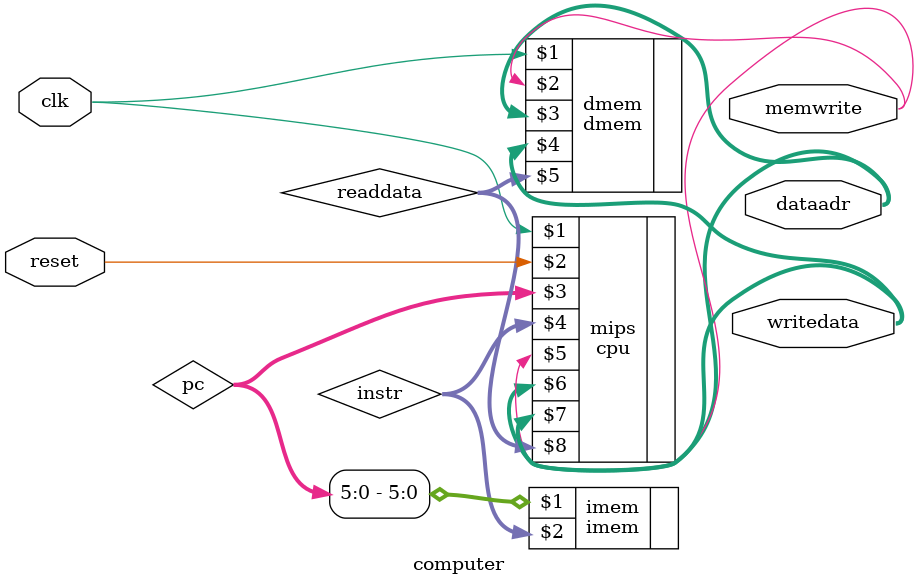
<source format=sv>
`ifndef COMPUTER
`define COMPUTER

`timescale 1ns/100ps

`include "../cpu/cpu.sv"
`include "../imem/imem.sv"
`include "../dmem/dmem.sv"

module computer
    #(parameter n = 16)(
    //
    // ---------------- PORT DEFINITIONS ----------------
    //
    input  logic           clk, reset, 
    output logic [(n-1):0] writedata, dataadr, 
    output logic           memwrite
);
    //
    // ---------------- MODULE DESIGN IMPLEMENTATION ----------------
    //
    logic [(n-1):0] pc, instr, readdata;

    // computer internal components

    // the RISC CPU
    cpu mips(clk, reset, pc, instr, memwrite, dataadr, writedata, readdata);
    // the instruction memory ("text segment") in main memory
    imem imem(pc[5:0], instr);
    // the data memory ("data segment") in main memory
    dmem dmem(clk, memwrite, dataadr, writedata, readdata);

endmodule

`endif // COMPUTER

</source>
